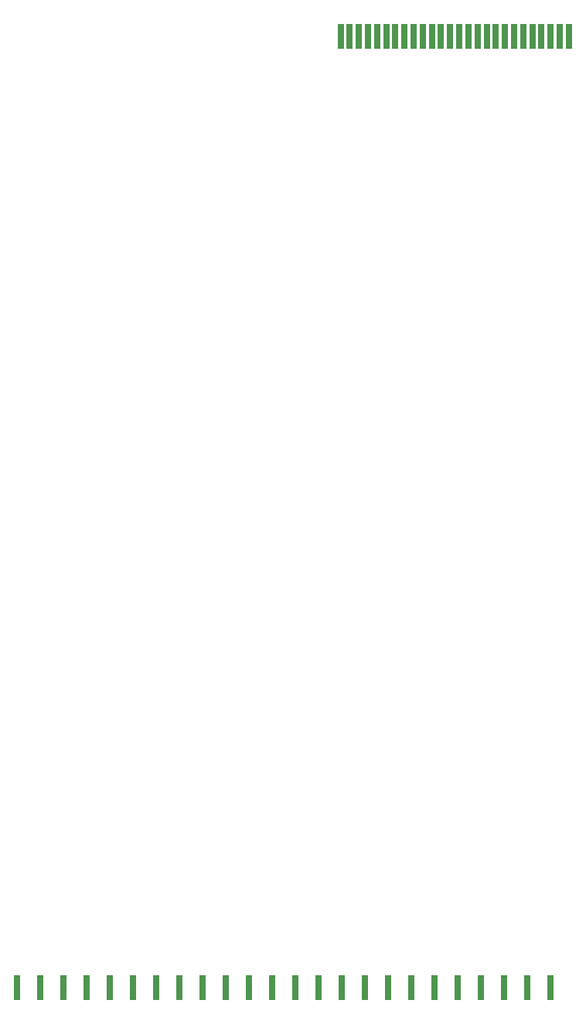
<source format=gbr>
%TF.GenerationSoftware,KiCad,Pcbnew,(6.0.10)*%
%TF.CreationDate,2023-01-23T22:05:49-08:00*%
%TF.ProjectId,Atari130MX-adapter-flexible-FFC,41746172-6931-4333-904d-582d61646170,rev?*%
%TF.SameCoordinates,Original*%
%TF.FileFunction,Soldermask,Top*%
%TF.FilePolarity,Negative*%
%FSLAX46Y46*%
G04 Gerber Fmt 4.6, Leading zero omitted, Abs format (unit mm)*
G04 Created by KiCad (PCBNEW (6.0.10)) date 2023-01-23 22:05:49*
%MOMM*%
%LPD*%
G01*
G04 APERTURE LIST*
%ADD10R,0.700000X2.700000*%
G04 APERTURE END LIST*
D10*
%TO.C,J2*%
X100000000Y-30000000D03*
X99000000Y-30000000D03*
X98000000Y-30000000D03*
X97000000Y-30000000D03*
X96000000Y-30000000D03*
X95000000Y-30000000D03*
X94000000Y-30000000D03*
X93000000Y-30000000D03*
X92000000Y-30000000D03*
X91000000Y-30000000D03*
X90000000Y-30000000D03*
X89000000Y-30000000D03*
X88000000Y-30000000D03*
X87000000Y-30000000D03*
X86000000Y-30000000D03*
X85000000Y-30000000D03*
X84000000Y-30000000D03*
X83000000Y-30000000D03*
X82000000Y-30000000D03*
X81000000Y-30000000D03*
X80000000Y-30000000D03*
X79000000Y-30000000D03*
X78000000Y-30000000D03*
X77000000Y-30000000D03*
X76000000Y-30000000D03*
X75000000Y-30000000D03*
%TD*%
%TO.C,J1*%
X39580000Y-134000000D03*
X42120000Y-134000000D03*
X44660000Y-134000000D03*
X47200000Y-134000000D03*
X49740000Y-134000000D03*
X52280000Y-134000000D03*
X54820000Y-134000000D03*
X57360000Y-134000000D03*
X59900000Y-134000000D03*
X62440000Y-134000000D03*
X64980000Y-134000000D03*
X67520000Y-134000000D03*
X70060000Y-134000000D03*
X72600000Y-134000000D03*
X75140000Y-134000000D03*
X77680000Y-134000000D03*
X80220000Y-134000000D03*
X82760000Y-134000000D03*
X85300000Y-134000000D03*
X87840000Y-134000000D03*
X90380000Y-134000000D03*
X92920000Y-134000000D03*
X95460000Y-134000000D03*
X98000000Y-134000000D03*
%TD*%
M02*

</source>
